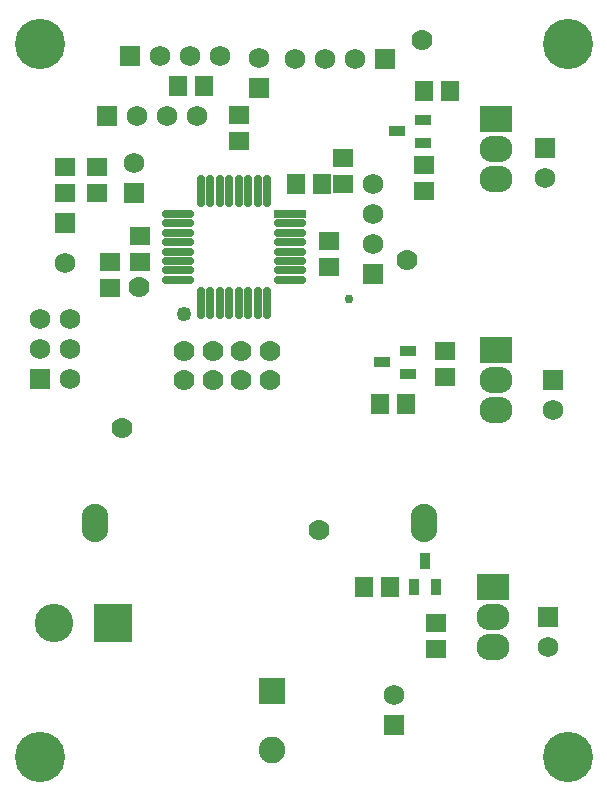
<source format=gts>
G04 Layer_Color=8388736*
%FSLAX44Y44*%
%MOMM*%
G71*
G01*
G75*
%ADD39R,1.4040X0.8540*%
%ADD40R,1.7540X1.5540*%
%ADD41R,1.5540X1.7540*%
%ADD42R,0.8540X1.4040*%
%ADD43R,2.7540X0.7040*%
%ADD44O,2.7540X0.7040*%
%ADD45O,0.7040X2.7540*%
%ADD46C,4.2540*%
%ADD47R,1.7540X1.7540*%
%ADD48C,1.7540*%
%ADD49C,1.7780*%
%ADD50R,3.2540X3.2540*%
%ADD51C,3.2540*%
%ADD52C,2.2540*%
%ADD53R,2.2540X2.2540*%
%ADD54R,1.7540X1.7540*%
%ADD55O,2.2540X3.2540*%
%ADD56R,2.7940X2.2540*%
%ADD57O,2.7940X2.2540*%
%ADD58C,1.2540*%
%ADD59C,0.7540*%
D39*
X1728015Y834390D02*
D03*
X1750515Y824890D02*
D03*
Y843890D02*
D03*
X1740715Y1029970D02*
D03*
X1763215Y1020470D02*
D03*
Y1039470D02*
D03*
D40*
X1773555Y591410D02*
D03*
Y613410D02*
D03*
X1781175Y821890D02*
D03*
Y843890D02*
D03*
X1763395Y979170D02*
D03*
Y1001170D02*
D03*
X1486535Y977900D02*
D03*
Y999900D02*
D03*
X1683385Y915260D02*
D03*
Y937260D02*
D03*
X1459865Y977900D02*
D03*
Y999900D02*
D03*
X1607185Y1043940D02*
D03*
Y1021940D02*
D03*
X1694815Y985520D02*
D03*
Y1007520D02*
D03*
X1523365Y941070D02*
D03*
Y919070D02*
D03*
X1497965Y919480D02*
D03*
Y897480D02*
D03*
D41*
X1785395Y1064260D02*
D03*
X1763395D02*
D03*
X1577115Y1068070D02*
D03*
X1555115D02*
D03*
X1712595Y643890D02*
D03*
X1734595D02*
D03*
X1726565Y798830D02*
D03*
X1748565D02*
D03*
X1655445Y985520D02*
D03*
X1677445D02*
D03*
D42*
X1764665Y666570D02*
D03*
X1755165Y644070D02*
D03*
X1774165D02*
D03*
D43*
X1650365Y960120D02*
D03*
D44*
Y952120D02*
D03*
Y944120D02*
D03*
Y936120D02*
D03*
Y928120D02*
D03*
Y920120D02*
D03*
Y912120D02*
D03*
Y904120D02*
D03*
X1555365D02*
D03*
Y912120D02*
D03*
Y920120D02*
D03*
Y928120D02*
D03*
Y936120D02*
D03*
Y944120D02*
D03*
Y952120D02*
D03*
Y960120D02*
D03*
D45*
X1630865Y884620D02*
D03*
X1622865D02*
D03*
X1614865D02*
D03*
X1606865D02*
D03*
X1598865D02*
D03*
X1590865D02*
D03*
X1582865D02*
D03*
X1574865D02*
D03*
Y979620D02*
D03*
X1582865D02*
D03*
X1590865D02*
D03*
X1598865D02*
D03*
X1606865D02*
D03*
X1614865D02*
D03*
X1622865D02*
D03*
X1630865D02*
D03*
D46*
X1885705Y1103630D02*
D03*
Y500380D02*
D03*
X1438275D02*
D03*
Y1103630D02*
D03*
D47*
X1730375Y1090930D02*
D03*
X1514475Y1093470D02*
D03*
X1495425Y1042670D02*
D03*
D48*
X1704975Y1090930D02*
D03*
X1679575D02*
D03*
X1654175D02*
D03*
X1463675Y871220D02*
D03*
X1438275Y845820D02*
D03*
X1463675D02*
D03*
X1438275Y871220D02*
D03*
X1463675Y820420D02*
D03*
X1623695Y1092200D02*
D03*
X1720215Y985520D02*
D03*
Y960120D02*
D03*
Y934720D02*
D03*
X1539875Y1093470D02*
D03*
X1565275D02*
D03*
X1590675D02*
D03*
X1518285Y1003300D02*
D03*
X1459865Y918500D02*
D03*
X1866265Y990600D02*
D03*
X1872615Y793750D02*
D03*
X1520825Y1042670D02*
D03*
X1546225D02*
D03*
X1571625D02*
D03*
X1868805Y593090D02*
D03*
X1737995Y552450D02*
D03*
D49*
X1522095Y897890D02*
D03*
X1560195Y843650D02*
D03*
X1584695D02*
D03*
X1609195D02*
D03*
X1633695D02*
D03*
X1560195Y819150D02*
D03*
X1584695D02*
D03*
X1609195D02*
D03*
X1633695D02*
D03*
X1674495Y692150D02*
D03*
X1508125Y778510D02*
D03*
X1749425Y920750D02*
D03*
X1762125Y1107440D02*
D03*
D50*
X1500505Y613410D02*
D03*
D51*
X1450505D02*
D03*
D52*
X1635125Y506260D02*
D03*
D53*
Y556260D02*
D03*
D54*
X1438275Y820420D02*
D03*
X1623695Y1066800D02*
D03*
X1720215Y909320D02*
D03*
X1518285Y977900D02*
D03*
X1459865Y952500D02*
D03*
X1866265Y1016000D02*
D03*
X1872615Y819150D02*
D03*
X1868805Y618490D02*
D03*
X1737995Y527050D02*
D03*
D55*
X1485265Y698500D02*
D03*
X1763395D02*
D03*
D56*
X1824355Y844550D02*
D03*
Y1040130D02*
D03*
X1821815Y643890D02*
D03*
D57*
X1824355Y819150D02*
D03*
Y793750D02*
D03*
Y1014730D02*
D03*
Y989330D02*
D03*
X1821815Y618490D02*
D03*
Y593090D02*
D03*
D58*
X1560195Y875030D02*
D03*
D59*
X1699895Y887730D02*
D03*
M02*

</source>
